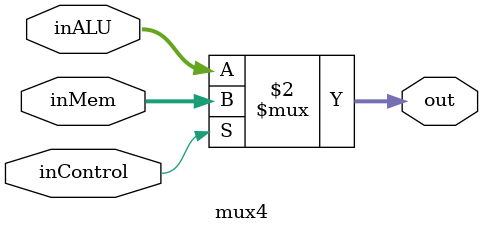
<source format=v>
`timescale 1ns / 1ps


module mux4(
    input [31:0] inMem,
    input [31:0] inALU,
    input inControl,
    
    output wire [31:0] out
    );
    
    assign out = (inControl==1)?inMem:inALU;
    /*always @(inControl)
        begin
            if (inControl==1)
                out=inMem;
            else
                out=inALU;
        end

	always @(inControl) begin  
  		$display("mux presente out=%h, inControl=%h",out,inControl);
	end*/
endmodule

</source>
